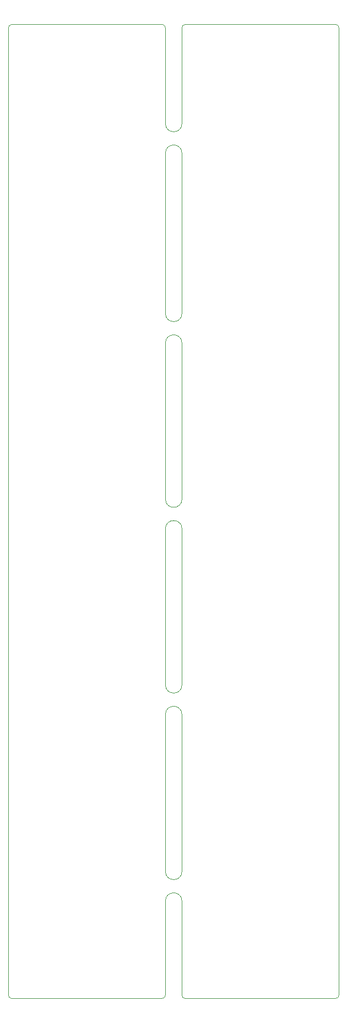
<source format=gm1>
%TF.GenerationSoftware,KiCad,Pcbnew,(6.0.6-0)*%
%TF.CreationDate,2022-06-29T11:53:49+01:00*%
%TF.ProjectId,4u-simple-integrator,34752d73-696d-4706-9c65-2d696e746567,r01*%
%TF.SameCoordinates,Original*%
%TF.FileFunction,Profile,NP*%
%FSLAX46Y46*%
G04 Gerber Fmt 4.6, Leading zero omitted, Abs format (unit mm)*
G04 Created by KiCad (PCBNEW (6.0.6-0)) date 2022-06-29 11:53:49*
%MOMM*%
%LPD*%
G01*
G04 APERTURE LIST*
%TA.AperFunction,Profile*%
%ADD10C,0.050000*%
%TD*%
G04 APERTURE END LIST*
D10*
X74295000Y-31115000D02*
X97409000Y-31115000D01*
X97917000Y-104140000D02*
G75*
G03*
X100457000Y-104140000I1270000J0D01*
G01*
X74295000Y-31115000D02*
G75*
G03*
X73787000Y-31623000I0J-508000D01*
G01*
X73787000Y-180467000D02*
G75*
G03*
X74295000Y-180975000I508000J0D01*
G01*
X124587000Y-180467000D02*
X124587000Y-31623000D01*
X74295000Y-180975000D02*
X97409000Y-180975000D01*
X124587000Y-31623000D02*
G75*
G03*
X124079000Y-31115000I-508000J0D01*
G01*
X100457000Y-80137000D02*
G75*
G03*
X97917000Y-80137000I-1270000J0D01*
G01*
X97917000Y-132715000D02*
X97917000Y-108712000D01*
X100457000Y-50927000D02*
G75*
G03*
X97917000Y-50927000I-1270000J0D01*
G01*
X97917000Y-132715000D02*
G75*
G03*
X100457000Y-132715000I1270000J0D01*
G01*
X124079000Y-180975000D02*
G75*
G03*
X124587000Y-180467000I0J508000D01*
G01*
X97917000Y-46355000D02*
G75*
G03*
X100457000Y-46355000I1270000J0D01*
G01*
X97917000Y-46355000D02*
X97917000Y-31623000D01*
X97917000Y-75565000D02*
X97917000Y-50927000D01*
X97917000Y-104140000D02*
X97917000Y-80137000D01*
X100457000Y-137287000D02*
X100457000Y-161417000D01*
X97917000Y-31623000D02*
G75*
G03*
X97409000Y-31115000I-508000J0D01*
G01*
X100965000Y-31115000D02*
X124079000Y-31115000D01*
X100457000Y-50927000D02*
X100457000Y-75565000D01*
X97409000Y-180975000D02*
G75*
G03*
X97917000Y-180467000I0J508000D01*
G01*
X100457000Y-80137000D02*
X100457000Y-104140000D01*
X100457000Y-180467000D02*
G75*
G03*
X100965000Y-180975000I508000J0D01*
G01*
X73787000Y-31623000D02*
X73787000Y-180467000D01*
X100457000Y-137287000D02*
G75*
G03*
X97917000Y-137287000I-1270000J0D01*
G01*
X100965000Y-180975000D02*
X124079000Y-180975000D01*
X97917000Y-75565000D02*
G75*
G03*
X100457000Y-75565000I1270000J0D01*
G01*
X100457000Y-108712000D02*
X100457000Y-132715000D01*
X100457000Y-165989000D02*
G75*
G03*
X97917000Y-165989000I-1270000J0D01*
G01*
X97917000Y-161417000D02*
X97917000Y-137287000D01*
X100965000Y-31115000D02*
G75*
G03*
X100457000Y-31623000I0J-508000D01*
G01*
X100457000Y-165989000D02*
X100457000Y-180467000D01*
X97917000Y-180467000D02*
X97917000Y-165989000D01*
X100457000Y-31623000D02*
X100457000Y-46355000D01*
X100457000Y-108712000D02*
G75*
G03*
X97917000Y-108712000I-1270000J0D01*
G01*
X97917000Y-161417000D02*
G75*
G03*
X100457000Y-161417000I1270000J0D01*
G01*
M02*

</source>
